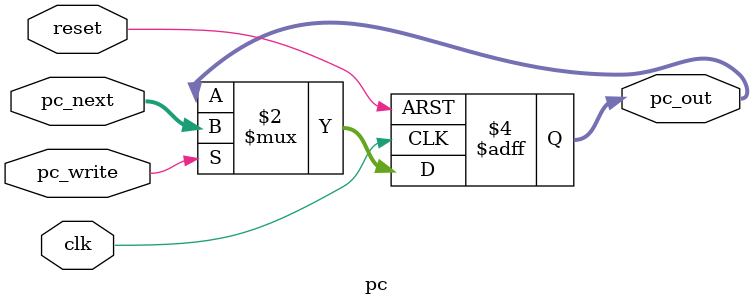
<source format=v>
`timescale 1ns/1ps
module pc(
    input clk,
    input reset,
    input pc_write,
    input [31:0] pc_next,
    output reg [31:0] pc_out
);

    always @(posedge clk or posedge reset) begin
        if (reset)
            pc_out <= 32'b0;
        else if (pc_write)
            pc_out <= pc_next;
    end

endmodule

</source>
